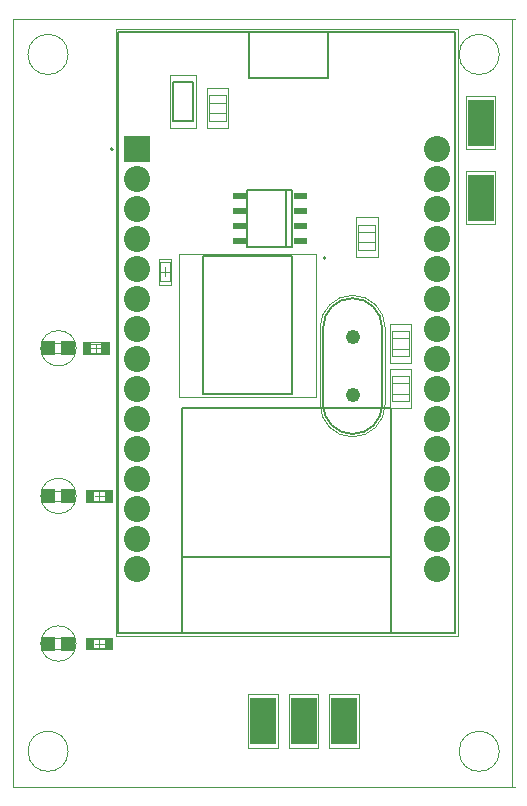
<source format=gts>
G04*
G04 #@! TF.GenerationSoftware,Altium Limited,Altium Designer,21.0.9 (235)*
G04*
G04 Layer_Color=8388736*
%FSLAX25Y25*%
%MOIN*%
G70*
G04*
G04 #@! TF.SameCoordinates,A9A079C1-7CC1-46CE-92A7-F05A66FF1BB4*
G04*
G04*
G04 #@! TF.FilePolarity,Negative*
G04*
G01*
G75*
%ADD10C,0.00787*%
%ADD12C,0.00500*%
%ADD13C,0.00050*%
%ADD14C,0.00000*%
%ADD15C,0.00394*%
%ADD16C,0.00800*%
%ADD17C,0.00400*%
%ADD18C,0.00197*%
%ADD19C,0.00201*%
%ADD23R,0.03150X0.03937*%
%ADD24R,0.08792X0.15761*%
%ADD25R,0.05131X0.04737*%
%ADD26C,0.08674*%
%ADD27C,0.04765*%
%ADD28R,0.08674X0.08674*%
G36*
X97966Y-60062D02*
X93635D01*
Y-58132D01*
X97966D01*
Y-60062D01*
D02*
G37*
G36*
X77887D02*
X73556D01*
Y-58132D01*
X77887D01*
Y-60062D01*
D02*
G37*
G36*
X97966Y-65062D02*
X93635D01*
Y-63132D01*
X97966D01*
Y-65062D01*
D02*
G37*
G36*
X77887D02*
X73556D01*
Y-63132D01*
X77887D01*
Y-65062D01*
D02*
G37*
G36*
X97966Y-70062D02*
X93635D01*
Y-68132D01*
X97966D01*
Y-70062D01*
D02*
G37*
G36*
X77887D02*
X73556D01*
Y-68132D01*
X77887D01*
Y-70062D01*
D02*
G37*
G36*
X97966Y-75062D02*
X93635D01*
Y-73132D01*
X97966D01*
Y-75062D01*
D02*
G37*
G36*
X77887D02*
X73556D01*
Y-73132D01*
X77887D01*
Y-75062D01*
D02*
G37*
G36*
X18522Y-111612D02*
X16555D01*
Y-107868D01*
X18522D01*
Y-111612D01*
D02*
G37*
G36*
X13922Y-111613D02*
X11945D01*
Y-107868D01*
X13922D01*
Y-111613D01*
D02*
G37*
G36*
X18539Y-160825D02*
X16573D01*
Y-157081D01*
X18539D01*
Y-160825D01*
D02*
G37*
G36*
X13939Y-160826D02*
X11963D01*
Y-157081D01*
X13939D01*
Y-160826D01*
D02*
G37*
G36*
X18532Y-210037D02*
X16566D01*
Y-206294D01*
X18532D01*
Y-210037D01*
D02*
G37*
G36*
X13932Y-210038D02*
X11956D01*
Y-206294D01*
X13932D01*
Y-210038D01*
D02*
G37*
D10*
X33429Y-43417D02*
G03*
X33429Y-43417I-394J0D01*
G01*
X104383Y-79735D02*
G03*
X104383Y-79735I-394J0D01*
G01*
D12*
X103480Y-128492D02*
G03*
X113323Y-138335I9843J0D01*
G01*
D02*
G03*
X123165Y-128492I0J9843D01*
G01*
X113323Y-93059D02*
G03*
X103480Y-102902I0J-9843D01*
G01*
X123165D02*
G03*
X113323Y-93059I-9843J0D01*
G01*
X53476Y-21165D02*
X60169D01*
X53476Y-33999D02*
Y-21165D01*
Y-33999D02*
X60169D01*
Y-21165D01*
X103480Y-128492D02*
Y-102902D01*
X123165Y-128492D02*
Y-102902D01*
X35280Y-4205D02*
X78858D01*
X105280D01*
X147524D01*
X35280Y-204795D02*
Y-4205D01*
X147524Y-204795D02*
Y-4205D01*
X35280Y-204795D02*
X56421D01*
X126067D01*
X147524D01*
X56421D02*
Y-179244D01*
Y-129520D01*
X126067D01*
Y-179244D02*
Y-129520D01*
Y-204795D02*
Y-179244D01*
X56421D02*
X126067D01*
X105280Y-19520D02*
Y-4205D01*
X78858Y-19520D02*
X105280D01*
X78858D02*
Y-4205D01*
X63360Y-125030D02*
Y-79164D01*
X93281Y-125030D02*
Y-79164D01*
X63360Y-125030D02*
X93281D01*
X63360Y-79164D02*
X93281D01*
D13*
X162205Y-244094D02*
G03*
X162205Y-244094I-6693J0D01*
G01*
X18504Y-11811D02*
G03*
X18504Y-11811I-6693J0D01*
G01*
X21176Y-109759D02*
G03*
X21176Y-109759I-5906J0D01*
G01*
X162205Y-11811D02*
G03*
X162205Y-11811I-6693J0D01*
G01*
X18504Y-244094D02*
G03*
X18504Y-244094I-6693J0D01*
G01*
X21176Y-158971D02*
G03*
X21176Y-158971I-5906J0D01*
G01*
Y-208184D02*
G03*
X21176Y-208184I-5906J0D01*
G01*
X0Y-255906D02*
X167323D01*
X0Y0D02*
X167323D01*
X166323Y-255906D02*
Y0D01*
X0Y-255906D02*
Y0D01*
Y-255906D02*
Y-98425D01*
D14*
X115200Y-74400D02*
X120800D01*
Y-76900D02*
Y-74400D01*
X115200Y-76900D02*
Y-74400D01*
Y-71000D02*
X120800D01*
X115200D02*
Y-68500D01*
X120800Y-71000D02*
Y-68500D01*
X115200Y-74400D02*
Y-71000D01*
Y-68500D02*
X120800D01*
Y-74400D02*
Y-71000D01*
X115200Y-76900D02*
X120800D01*
X126523Y-109897D02*
X132123D01*
Y-112397D02*
Y-109897D01*
X126523Y-112397D02*
Y-109897D01*
Y-106497D02*
X132123D01*
X126523D02*
Y-103997D01*
X132123Y-106497D02*
Y-103997D01*
X126523Y-109897D02*
Y-106497D01*
Y-103997D02*
X132123D01*
Y-109897D02*
Y-106497D01*
X126523Y-112397D02*
X132123D01*
X126523Y-121497D02*
X132123D01*
X126523D02*
Y-118997D01*
X132123Y-121497D02*
Y-118997D01*
X126523Y-124897D02*
X132123D01*
Y-127397D02*
Y-124897D01*
X126523Y-127397D02*
Y-124897D01*
X132123D02*
Y-121497D01*
X126523Y-127397D02*
X132123D01*
X126523Y-124897D02*
Y-121497D01*
Y-118997D02*
X132123D01*
X65523Y-27997D02*
X71123D01*
X65523D02*
Y-25497D01*
X71123Y-27997D02*
Y-25497D01*
X65523Y-31397D02*
X71123D01*
Y-33897D02*
Y-31397D01*
X65523Y-33897D02*
Y-31397D01*
X71123D02*
Y-27997D01*
X65523Y-33897D02*
X71123D01*
X65523Y-31397D02*
Y-27997D01*
Y-25497D02*
X71123D01*
D15*
X24654Y-111333D02*
X30953D01*
X24654Y-108184D02*
X30953D01*
Y-111333D02*
Y-108184D01*
X24654Y-111333D02*
Y-108184D01*
X25736Y-160555D02*
X32035D01*
X25736Y-157405D02*
X32035D01*
Y-160555D02*
Y-157405D01*
X25736Y-160555D02*
Y-157405D01*
Y-209759D02*
X32035D01*
X25736Y-206609D02*
X32035D01*
Y-209759D02*
Y-206609D01*
X25736Y-209759D02*
Y-206609D01*
X49248Y-87347D02*
Y-81047D01*
X52398Y-87347D02*
Y-81047D01*
X49248D02*
X52398D01*
X49248Y-87347D02*
X52398D01*
X27803Y-111333D02*
Y-108184D01*
X26228Y-109759D02*
X29378D01*
X28886Y-160555D02*
Y-157405D01*
X27311Y-158980D02*
X30461D01*
X28886Y-209759D02*
Y-206609D01*
X27311Y-208184D02*
X30461D01*
X49248Y-84197D02*
X52398D01*
X50823Y-85772D02*
Y-82622D01*
D16*
X91273Y-76046D02*
Y-57148D01*
X78281Y-76046D02*
Y-57148D01*
X91273D01*
X93241D01*
Y-76046D02*
Y-57148D01*
X91273Y-76046D02*
X93241D01*
X78281D02*
X91273D01*
D17*
X13851Y-111408D02*
X16654D01*
X13851Y-108058D02*
X16654D01*
X13862Y-209833D02*
X16665D01*
X13862Y-206483D02*
X16665D01*
X13869Y-160621D02*
X16672D01*
X13869Y-157270D02*
X16672D01*
D18*
X102496Y-128492D02*
G03*
X113323Y-139319I10827J0D01*
G01*
D02*
G03*
X124150Y-128492I0J10827D01*
G01*
X113323Y-92075D02*
G03*
X102496Y-102902I0J-10827D01*
G01*
X124150D02*
G03*
X113323Y-92075I-10827J0D01*
G01*
X23472Y-111727D02*
X32134D01*
X23472Y-107790D02*
X32134D01*
Y-111727D02*
Y-107790D01*
X23472Y-111727D02*
Y-107790D01*
X24555Y-160949D02*
X33217D01*
X24555Y-157012D02*
X33217D01*
Y-160949D02*
Y-157012D01*
X24555Y-160949D02*
Y-157012D01*
Y-210152D02*
X33217D01*
X24555Y-206215D02*
X33217D01*
Y-210152D02*
Y-206215D01*
X24555Y-210152D02*
Y-206215D01*
X52445Y-18783D02*
X61201D01*
X52445Y-36381D02*
Y-18783D01*
Y-36381D02*
X61201D01*
Y-18783D01*
X102496Y-128492D02*
Y-102902D01*
X124150Y-128492D02*
Y-102902D01*
X151079Y-25642D02*
X160921D01*
Y-43358D02*
Y-25642D01*
X151079Y-43358D02*
X160921D01*
X151079D02*
Y-25642D01*
Y-50642D02*
X160921D01*
Y-68358D02*
Y-50642D01*
X151079Y-68358D02*
X160921D01*
X151079D02*
Y-50642D01*
X105579Y-242858D02*
X115421D01*
Y-225142D01*
X105579D02*
X115421D01*
X105579Y-242858D02*
Y-225142D01*
X92079Y-242858D02*
X101921D01*
Y-225142D01*
X92079D02*
X101921D01*
X92079Y-242858D02*
Y-225142D01*
X78579Y-242858D02*
X88421D01*
Y-225142D01*
X78579D02*
X88421D01*
X78579Y-242858D02*
Y-225142D01*
X34295Y-205780D02*
Y-3221D01*
Y-205780D02*
X148508D01*
Y-3221D01*
X34295D02*
X148508D01*
X55427Y-126014D02*
Y-78180D01*
X101214Y-126014D02*
Y-78180D01*
X55427Y-126014D02*
X101214D01*
X55427Y-78180D02*
X101214D01*
X48854Y-88528D02*
Y-79866D01*
X52791Y-88528D02*
Y-79866D01*
X48854D02*
X52791D01*
X48854Y-88528D02*
X52791D01*
D19*
X114496Y-66086D02*
X121622D01*
X114496Y-79275D02*
X121622D01*
X114496D02*
Y-66086D01*
X121622Y-79275D02*
Y-66086D01*
X125819Y-101583D02*
X132945D01*
X125819Y-114772D02*
X132945D01*
X125819D02*
Y-101583D01*
X132945Y-114772D02*
Y-101583D01*
X125701Y-129811D02*
X132827D01*
X125701Y-116622D02*
X132827D01*
Y-129811D02*
Y-116622D01*
X125701Y-129811D02*
Y-116622D01*
X64701Y-36311D02*
X71827D01*
X64701Y-23122D02*
X71827D01*
Y-36311D02*
Y-23122D01*
X64701Y-36311D02*
Y-23122D01*
D23*
X24654Y-109759D02*
D03*
X30953D02*
D03*
X25736Y-158980D02*
D03*
X32035D02*
D03*
X25736Y-208184D02*
D03*
X32035D02*
D03*
D24*
X156000Y-34500D02*
D03*
Y-59500D02*
D03*
X110500Y-234000D02*
D03*
X97000D02*
D03*
X83500D02*
D03*
D25*
X18599Y-109759D02*
D03*
X11906D02*
D03*
X18610Y-208184D02*
D03*
X11917D02*
D03*
X18617Y-158971D02*
D03*
X11924D02*
D03*
D26*
X141500Y-123417D02*
D03*
Y-133417D02*
D03*
X41500Y-53417D02*
D03*
Y-63417D02*
D03*
Y-73417D02*
D03*
Y-83417D02*
D03*
Y-93417D02*
D03*
Y-103417D02*
D03*
Y-113417D02*
D03*
Y-123417D02*
D03*
Y-133417D02*
D03*
Y-143417D02*
D03*
Y-153417D02*
D03*
Y-163417D02*
D03*
Y-173417D02*
D03*
Y-183417D02*
D03*
X141500Y-43417D02*
D03*
Y-53417D02*
D03*
Y-63417D02*
D03*
Y-73417D02*
D03*
Y-83417D02*
D03*
Y-93417D02*
D03*
Y-103417D02*
D03*
Y-113417D02*
D03*
Y-143417D02*
D03*
Y-153417D02*
D03*
Y-163417D02*
D03*
Y-173417D02*
D03*
Y-183417D02*
D03*
D27*
X113323Y-106091D02*
D03*
Y-125303D02*
D03*
D28*
X41500Y-43417D02*
D03*
M02*

</source>
